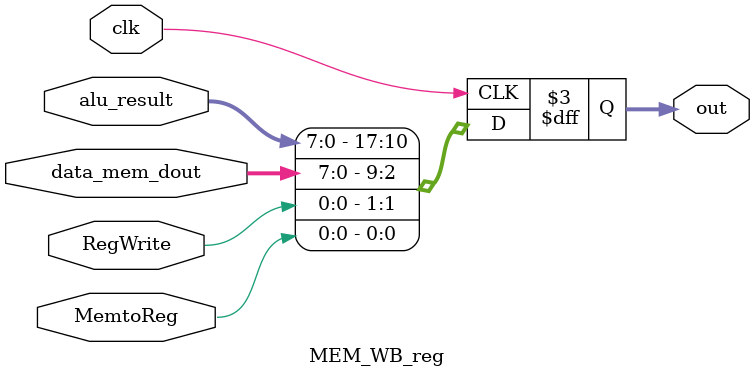
<source format=v>
`timescale 1ns / 1ps

module MEM_WB_reg(
    input clk,
    input MemtoReg,
    input RegWrite,
    input [7:0] data_mem_dout,
    input [7:0] alu_result,
    output reg [17:0] out
    );
    
    initial begin
        #2
        out = 0;
    end
    
    always @ (posedge clk) begin
        out = { alu_result,
                data_mem_dout,
                RegWrite,
                MemtoReg
              };
    end
endmodule

</source>
